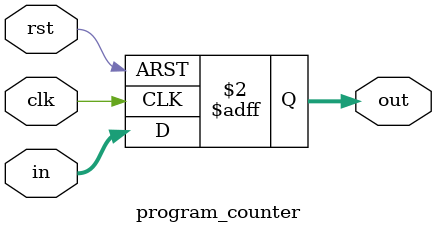
<source format=v>
`timescale 1ns / 1ps
module program_counter(in, clk, rst, out);
    input [31:0] in;
    input clk, rst;
    output reg [31:0] out;

    always @(posedge clk or posedge rst) begin
        if (rst) begin
            out <= -4;
        end 
        else begin
            out <= in;
        end
    end
endmodule

</source>
